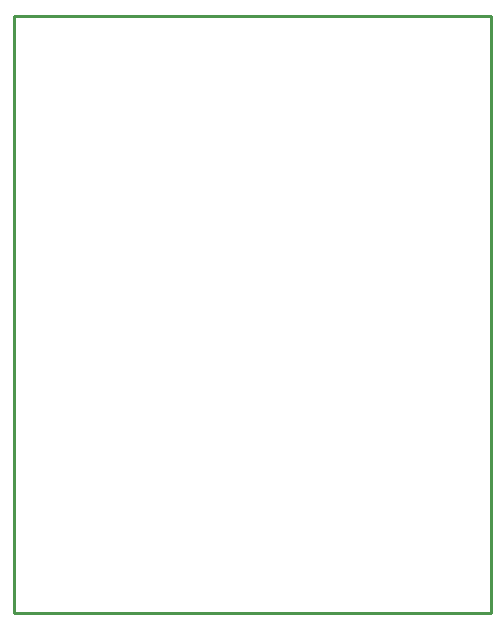
<source format=gbr>
G04 start of page 9 for group -4078 idx -4078 *
G04 Title: (unknown), bottomsilk *
G04 Creator: pcb 4.0.2 *
G04 CreationDate: Wed Oct 14 23:17:38 2020 UTC *
G04 For: ndholmes *
G04 Format: Gerber/RS-274X *
G04 PCB-Dimensions (mil): 1600.00 2000.00 *
G04 PCB-Coordinate-Origin: lower left *
%MOIN*%
%FSLAX25Y25*%
%LNBOTTOMSILK*%
%ADD49C,0.0100*%
G54D49*X500Y199500D02*X159500D01*
Y500D01*
X500D01*
Y199500D01*
M02*

</source>
